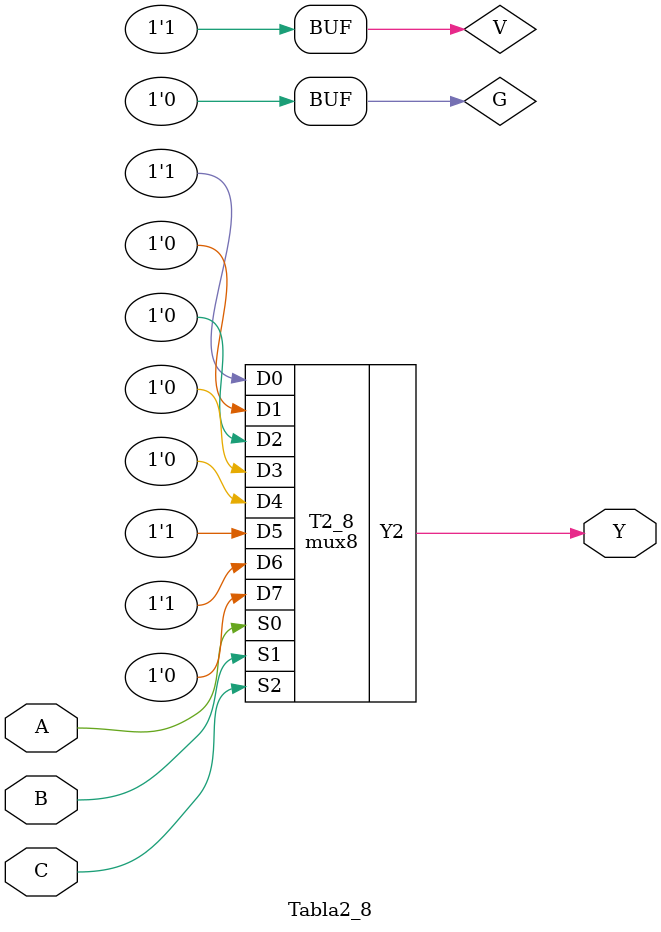
<source format=v>
module mux2(
  input wire  D0, D1,
  input wire S,
  output wire Y);
assign Y = S ? D1: D0;

endmodule //module mux2

//Mux 4:1
module mux4 (
  input wire D0 , D1, D2, D3, S0, S1,
  output wire Y1);

  wire W1, W2;

  //Hay que relacionarlo con mux2
  mux2 box1(D0, D1, S0, W1);
  mux2 box2(D2, D3, S0, W2);
  mux2 box3(W1, W2, S1, Y1);

endmodule // mux4

//Mux 8:1
module mux8 (
  input wire D0, D1, D2, D3, D4, D5, D6, D7, S0, S1, S2,
  output wire Y2);

wire W1, W2;

//Ahora se hace una relacion de dos mux 4 y un mux 2
mux4 box1(D0, D1, D2, D3, S0, S1, W1);
mux4 box2(D4, D5, D6, D7, S0, S1, W2);
mux2 box3(W1, W2, S2, Y2); //aqui se utiliza un mux 2 para unificar los muxes 4

endmodule // mux8

module Tabla1_8 (input wire A, B, C, output wire Y);

  wire G, V; //G es 0 porque es tierra y V es 1 porque es voltaje
  assign G = 0;
  assign V = 1;

  mux8 T1_8(G, V, V, G, V, G, G, V, A, B, C, Y);

endmodule // Tabla1_8

//Implementacion de mux 4:1 en tabla 1
module Tabla1_4 (input wire A, B, C, output wire Y);

  wire Cs, CNO; //son las entradas C normal y la C negada

  assign Cs = C;
  assign CNO = ~C;

  mux4 T1_4(Cs, CNO, CNO, Cs, A, B, Y);

endmodule // Tabla1_4

//Implementacion de mux 2:1 en tabla 1
module Tabla1_2 (input wire A, B, C, output wire Y);

  wire B0, C0; //En el dibujo del 2:1 sus entradas son B y C

  assign B0 = (B ^ C);
  assign C0 = ~(B ^ C);

  mux2 T1_2(B0, C0, A, Y);

endmodule // Tabla1_2

//Se va a implementar la tabla 2 con los muxes
module Tabla2_8 (input wire A, B, C, output Y);

wire G, V;

  assign G = 0;
  assign V = 1;

//implementacion del modulo mux8
mux8 T2_8(V, G, G, G, G, V, V, G, A, B, C, Y);

endmodule // Tabla2_8

//mux4


//implementacion del modulo mux4

</source>
